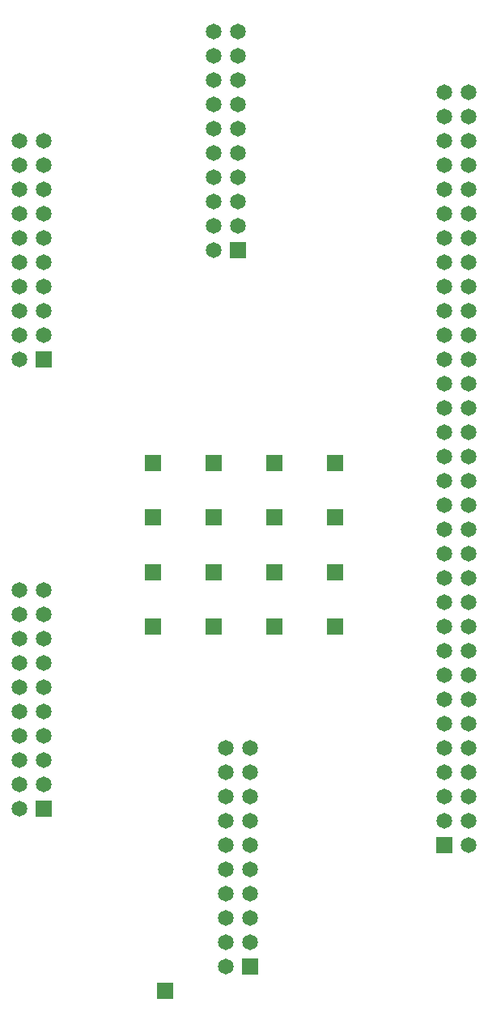
<source format=gtl>
G04 Output by ViewMate Deluxe V11.0.9  PentaLogix LLC*
G04 Mon Nov 10 18:18:38 2014*
%FSLAX33Y33*%
%MOMM*%
%IPPOS*%
%ADD10R,1.651X1.651*%
%ADD11C,1.651*%
%ADD12R,1.8009X1.8009*%

%LPD*%
X0Y0D2*D10*G1X28194Y93028D3*X7874Y81598D3*X49784Y30798D3*X29464Y18098D3*X7874Y34608D3*D11*X49784Y43498D3*X49784Y46038D3*X49784Y48578D3*X49784Y51118D3*X49784Y53658D3*X49784Y56198D3*X49784Y58738D3*X49784Y61278D3*X49784Y63818D3*X49784Y66358D3*X49784Y68898D3*X49784Y71438D3*X49784Y73978D3*X49784Y76518D3*X49784Y79058D3*X49784Y81598D3*X49784Y84138D3*X49784Y86678D3*X49784Y89218D3*X49784Y91758D3*X49784Y94298D3*X49784Y96838D3*X49784Y99378D3*X49784Y101918D3*X49784Y104458D3*X49784Y106998D3*X49784Y109538D3*X52324Y109538D3*X52324Y106998D3*X52324Y104458D3*X52324Y101918D3*X52324Y99378D3*X52324Y96838D3*X52324Y94298D3*X52324Y91758D3*X52324Y89218D3*X52324Y86678D3*X52324Y84138D3*X52324Y81598D3*X52324Y79058D3*X52324Y76518D3*X52324Y73978D3*X52324Y71438D3*X52324Y68898D3*X52324Y66358D3*X52324Y63818D3*X52324Y61278D3*X52324Y58738D3*X52324Y56198D3*X52324Y53658D3*X52324Y51118D3*X52324Y48578D3*X52324Y46038D3*X52324Y43498D3*X52324Y40958D3*X52324Y38418D3*X52324Y35878D3*X52324Y30798D3*X52324Y33338D3*X49784Y33338D3*X49784Y35878D3*X49784Y38418D3*X49784Y40958D3*X29464Y40958D3*X29464Y38418D3*X29464Y35878D3*X29464Y33338D3*X29464Y30798D3*X29464Y28258D3*X29464Y25718D3*X29464Y23178D3*X29464Y20638D3*X26924Y18098D3*X26924Y20638D3*X26924Y23178D3*X26924Y25718D3*X26924Y28258D3*X26924Y30798D3*X26924Y33338D3*X26924Y35878D3*X26924Y38418D3*X26924Y40958D3*X5334Y57468D3*X5334Y54928D3*X5334Y52388D3*X5334Y49848D3*X5334Y47308D3*X5334Y44768D3*X5334Y42228D3*X5334Y39688D3*X5334Y34608D3*X5334Y37148D3*X7874Y37148D3*X7874Y39688D3*X7874Y42228D3*X7874Y44768D3*X7874Y47308D3*X7874Y49848D3*X7874Y52388D3*X7874Y54928D3*X7874Y57468D3*X7874Y94298D3*X7874Y96838D3*X7874Y99378D3*X7874Y101918D3*X7874Y104458D3*X5334Y104458D3*X5334Y101918D3*X5334Y99378D3*X5334Y96838D3*X5334Y94298D3*X5334Y91758D3*X5334Y89218D3*X5334Y86678D3*X5334Y81598D3*X5334Y84138D3*X7874Y84138D3*X7874Y86678D3*X7874Y89218D3*X7874Y91758D3*X25654Y93028D3*X25654Y95568D3*X25654Y98108D3*X25654Y100648D3*X25654Y103188D3*X25654Y105728D3*X25654Y108268D3*X25654Y110808D3*X25654Y113348D3*X25654Y115888D3*X28194Y115888D3*X28194Y113348D3*X28194Y110808D3*X28194Y108268D3*X28194Y105728D3*X28194Y103188D3*X28194Y100648D3*X28194Y98108D3*X28194Y95568D3*D12*X38354Y53658D3*X38354Y59372D3*X38354Y65088D3*X38354Y70802D3*X32004Y70802D3*X32004Y65088D3*X32004Y59372D3*X32004Y53658D3*X25654Y53658D3*X25654Y59372D3*X25654Y65088D3*X25654Y70802D3*X19304Y70802D3*X19304Y65088D3*X19304Y59372D3*X19304Y53658D3*X20574Y15558D3*X0Y0D2*M02*
</source>
